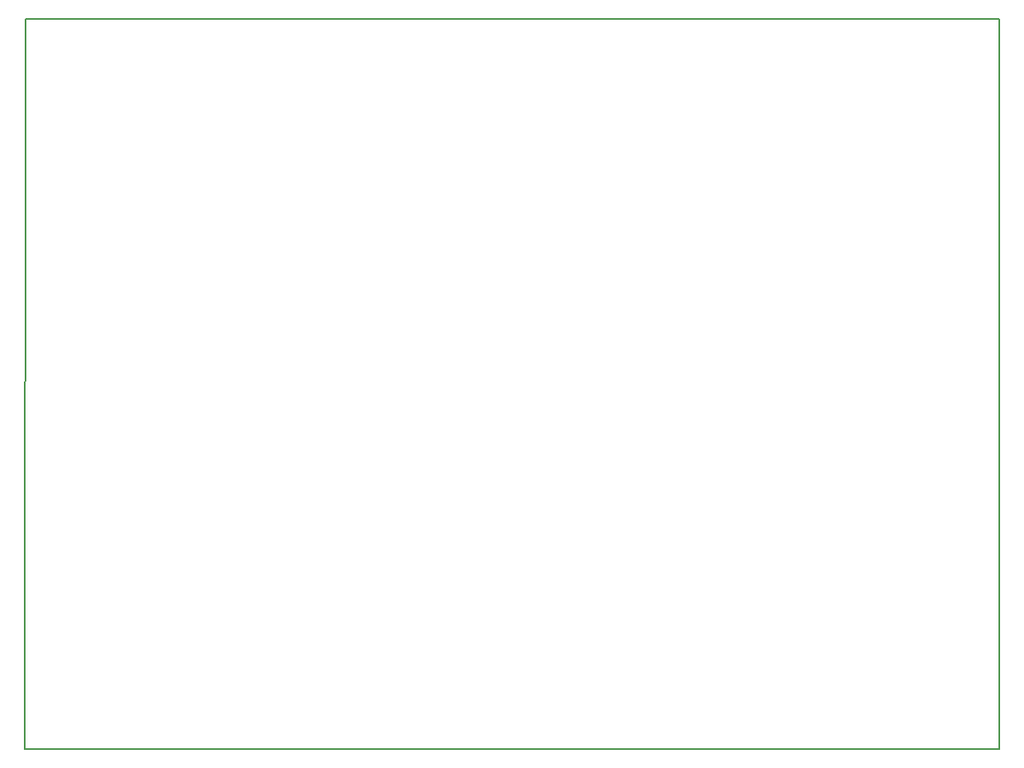
<source format=gko>
G04 #@! TF.GenerationSoftware,KiCad,Pcbnew,(5.0.0-3-g5ebb6b6)*
G04 #@! TF.CreationDate,2019-01-10T21:17:46+09:00*
G04 #@! TF.ProjectId,YM2151,594D323135312E6B696361645F706362,rev?*
G04 #@! TF.SameCoordinates,Original*
G04 #@! TF.FileFunction,Profile,NP*
%FSLAX46Y46*%
G04 Gerber Fmt 4.6, Leading zero omitted, Abs format (unit mm)*
G04 Created by KiCad (PCBNEW (5.0.0-3-g5ebb6b6)) date *
%MOMM*%
%LPD*%
G01*
G04 APERTURE LIST*
%ADD10C,0.150000*%
G04 APERTURE END LIST*
D10*
X86548000Y-130155000D02*
X186548000Y-130135000D01*
X86558000Y-55155000D02*
X86548000Y-130155000D01*
X186548000Y-55155000D02*
X86558000Y-55155000D01*
X186548000Y-130135000D02*
X186548000Y-55155000D01*
M02*

</source>
